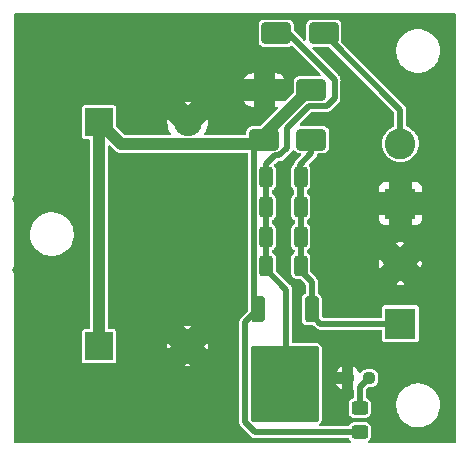
<source format=gbr>
%TF.GenerationSoftware,KiCad,Pcbnew,7.0.7*%
%TF.CreationDate,2023-09-12T13:53:03+02:00*%
%TF.ProjectId,CDU,4344552e-6b69-4636-9164-5f7063625858,rev?*%
%TF.SameCoordinates,Original*%
%TF.FileFunction,Copper,L1,Top*%
%TF.FilePolarity,Positive*%
%FSLAX46Y46*%
G04 Gerber Fmt 4.6, Leading zero omitted, Abs format (unit mm)*
G04 Created by KiCad (PCBNEW 7.0.7) date 2023-09-12 13:53:03*
%MOMM*%
%LPD*%
G01*
G04 APERTURE LIST*
G04 Aperture macros list*
%AMRoundRect*
0 Rectangle with rounded corners*
0 $1 Rounding radius*
0 $2 $3 $4 $5 $6 $7 $8 $9 X,Y pos of 4 corners*
0 Add a 4 corners polygon primitive as box body*
4,1,4,$2,$3,$4,$5,$6,$7,$8,$9,$2,$3,0*
0 Add four circle primitives for the rounded corners*
1,1,$1+$1,$2,$3*
1,1,$1+$1,$4,$5*
1,1,$1+$1,$6,$7*
1,1,$1+$1,$8,$9*
0 Add four rect primitives between the rounded corners*
20,1,$1+$1,$2,$3,$4,$5,0*
20,1,$1+$1,$4,$5,$6,$7,0*
20,1,$1+$1,$6,$7,$8,$9,0*
20,1,$1+$1,$8,$9,$2,$3,0*%
G04 Aperture macros list end*
%TA.AperFunction,ComponentPad*%
%ADD10R,2.400000X2.400000*%
%TD*%
%TA.AperFunction,ComponentPad*%
%ADD11C,2.400000*%
%TD*%
%TA.AperFunction,SMDPad,CuDef*%
%ADD12RoundRect,0.250000X-1.000000X-0.650000X1.000000X-0.650000X1.000000X0.650000X-1.000000X0.650000X0*%
%TD*%
%TA.AperFunction,SMDPad,CuDef*%
%ADD13RoundRect,0.250000X-0.450000X0.325000X-0.450000X-0.325000X0.450000X-0.325000X0.450000X0.325000X0*%
%TD*%
%TA.AperFunction,SMDPad,CuDef*%
%ADD14RoundRect,0.250000X1.000000X0.650000X-1.000000X0.650000X-1.000000X-0.650000X1.000000X-0.650000X0*%
%TD*%
%TA.AperFunction,SMDPad,CuDef*%
%ADD15RoundRect,0.250000X-0.312500X-0.625000X0.312500X-0.625000X0.312500X0.625000X-0.312500X0.625000X0*%
%TD*%
%TA.AperFunction,ComponentPad*%
%ADD16R,2.600000X2.600000*%
%TD*%
%TA.AperFunction,ComponentPad*%
%ADD17C,2.600000*%
%TD*%
%TA.AperFunction,SMDPad,CuDef*%
%ADD18RoundRect,0.250000X-0.350000X0.850000X-0.350000X-0.850000X0.350000X-0.850000X0.350000X0.850000X0*%
%TD*%
%TA.AperFunction,SMDPad,CuDef*%
%ADD19RoundRect,0.250000X-1.125000X1.275000X-1.125000X-1.275000X1.125000X-1.275000X1.125000X1.275000X0*%
%TD*%
%TA.AperFunction,SMDPad,CuDef*%
%ADD20RoundRect,0.249997X-2.650003X2.950003X-2.650003X-2.950003X2.650003X-2.950003X2.650003X2.950003X0*%
%TD*%
%TA.AperFunction,SMDPad,CuDef*%
%ADD21RoundRect,0.237500X0.250000X0.237500X-0.250000X0.237500X-0.250000X-0.237500X0.250000X-0.237500X0*%
%TD*%
%TA.AperFunction,ViaPad*%
%ADD22C,0.800000*%
%TD*%
%TA.AperFunction,Conductor*%
%ADD23C,1.000000*%
%TD*%
%TA.AperFunction,Conductor*%
%ADD24C,0.500000*%
%TD*%
G04 APERTURE END LIST*
D10*
%TO.P,C1002,1*%
%TO.N,Net-(D1002-A)*%
X85487246Y-80500000D03*
D11*
%TO.P,C1002,2*%
%TO.N,GND*%
X92987246Y-80500000D03*
%TD*%
D10*
%TO.P,C1001,1*%
%TO.N,Net-(D1002-A)*%
X85487246Y-61500000D03*
D11*
%TO.P,C1001,2*%
%TO.N,GND*%
X92987246Y-61500000D03*
%TD*%
D12*
%TO.P,D1001,1,K*%
%TO.N,Net-(D1001-K)*%
X100500000Y-54000000D03*
%TO.P,D1001,2,A*%
%TO.N,/AC1(+)*%
X104500000Y-54000000D03*
%TD*%
D13*
%TO.P,D1002,1,K*%
%TO.N,Net-(D1002-K)*%
X107569000Y-85716000D03*
%TO.P,D1002,2,A*%
%TO.N,Net-(D1002-A)*%
X107569000Y-87766000D03*
%TD*%
D14*
%TO.P,D1004,1,K*%
%TO.N,/OUT+*%
X103473000Y-62992000D03*
%TO.P,D1004,2,A*%
%TO.N,Net-(D1002-A)*%
X99473000Y-62992000D03*
%TD*%
D15*
%TO.P,R1001,1*%
%TO.N,Net-(D1001-K)*%
X99629500Y-66167000D03*
%TO.P,R1001,2*%
%TO.N,/OUT+*%
X102554500Y-66167000D03*
%TD*%
%TO.P,R1004,1*%
%TO.N,Net-(D1001-K)*%
X99629500Y-73660000D03*
%TO.P,R1004,2*%
%TO.N,/OUT+*%
X102554500Y-73660000D03*
%TD*%
D16*
%TO.P,J1002,1,Pin_1*%
%TO.N,/OUT+*%
X111000000Y-78580000D03*
D17*
%TO.P,J1002,2,Pin_2*%
%TO.N,GND*%
X111000000Y-73500000D03*
%TD*%
D15*
%TO.P,R1003,1*%
%TO.N,Net-(D1001-K)*%
X99629500Y-71247000D03*
%TO.P,R1003,2*%
%TO.N,/OUT+*%
X102554500Y-71247000D03*
%TD*%
%TO.P,R1002,1*%
%TO.N,Net-(D1001-K)*%
X99629500Y-68707000D03*
%TO.P,R1002,2*%
%TO.N,/OUT+*%
X102554500Y-68707000D03*
%TD*%
D16*
%TO.P,J1001,1,Pin_1*%
%TO.N,GND*%
X111000000Y-68420000D03*
D17*
%TO.P,J1001,2,Pin_2*%
%TO.N,/AC1(+)*%
X111000000Y-63340000D03*
%TD*%
D18*
%TO.P,Q1001,1,B*%
%TO.N,/OUT+*%
X103499000Y-77383000D03*
D19*
%TO.P,Q1001,2,C*%
%TO.N,Net-(D1001-K)*%
X102744000Y-82008000D03*
X99694000Y-82008000D03*
D20*
X101219000Y-83683000D03*
D19*
X102744000Y-85358000D03*
X99694000Y-85358000D03*
D18*
%TO.P,Q1001,3,E*%
%TO.N,Net-(D1002-A)*%
X98939000Y-77383000D03*
%TD*%
D21*
%TO.P,R1005,1*%
%TO.N,Net-(D1002-K)*%
X108354500Y-83185000D03*
%TO.P,R1005,2*%
%TO.N,GND*%
X106529500Y-83185000D03*
%TD*%
D14*
%TO.P,D1003,1,K*%
%TO.N,Net-(D1002-A)*%
X103473000Y-58801000D03*
%TO.P,D1003,2,A*%
%TO.N,GND*%
X99473000Y-58801000D03*
%TD*%
D22*
%TO.N,GND*%
X80500000Y-55500000D03*
X106000000Y-69000000D03*
X110000000Y-86500000D03*
X95500000Y-69000000D03*
X90000000Y-69000000D03*
X87000000Y-83500000D03*
X96000000Y-54000000D03*
X88500000Y-87000000D03*
X95500000Y-87500000D03*
X106000000Y-80000000D03*
X80500000Y-87000000D03*
X78500000Y-68000000D03*
X87500000Y-67000000D03*
X87500000Y-61500000D03*
X87500000Y-76500000D03*
X95500000Y-73500000D03*
X106500000Y-59500000D03*
X78500000Y-74000000D03*
X109500000Y-55500000D03*
X87000000Y-58500000D03*
X107000000Y-64000000D03*
X106000000Y-75000000D03*
%TD*%
D23*
%TO.N,Net-(D1002-A)*%
X99065000Y-63400000D02*
X99473000Y-62992000D01*
X87387246Y-63400000D02*
X99065000Y-63400000D01*
X85487246Y-61500000D02*
X87387246Y-63400000D01*
X85487246Y-80500000D02*
X85487246Y-61500000D01*
D24*
X98939000Y-77383000D02*
X98617000Y-77061000D01*
X97869000Y-78453000D02*
X97869000Y-86922951D01*
X98617000Y-63848000D02*
X99473000Y-62992000D01*
X97869000Y-86922951D02*
X98712049Y-87766000D01*
D23*
X103251000Y-58801000D02*
X99473000Y-62579000D01*
X103473000Y-58801000D02*
X103251000Y-58801000D01*
D24*
X98939000Y-77383000D02*
X97869000Y-78453000D01*
X98712049Y-87766000D02*
X107569000Y-87766000D01*
X98617000Y-77061000D02*
X98617000Y-63848000D01*
D23*
X99473000Y-62579000D02*
X99473000Y-62992000D01*
D24*
%TO.N,Net-(D1001-K)*%
X101429500Y-62019500D02*
X103298000Y-60151000D01*
X101346000Y-83556000D02*
X101346000Y-75692000D01*
X101500000Y-54000000D02*
X100500000Y-54000000D01*
X99629500Y-65089500D02*
X100377000Y-64342000D01*
X100377000Y-64342000D02*
X100762949Y-64342000D01*
X101219000Y-83683000D02*
X101346000Y-83556000D01*
X105429500Y-57929500D02*
X101500000Y-54000000D01*
X101346000Y-75692000D02*
X99629500Y-73975500D01*
X100762949Y-64342000D02*
X101429500Y-63675449D01*
X101429500Y-63675449D02*
X101429500Y-62019500D01*
X105429500Y-59484449D02*
X105429500Y-57929500D01*
X103298000Y-60151000D02*
X104762949Y-60151000D01*
X104762949Y-60151000D02*
X105429500Y-59484449D01*
X99629500Y-73975500D02*
X99629500Y-65089500D01*
%TO.N,Net-(D1002-K)*%
X107569000Y-83970500D02*
X108354500Y-83185000D01*
X107569000Y-85716000D02*
X107569000Y-83970500D01*
D23*
%TO.N,GND*%
X96175500Y-58801000D02*
X92989500Y-61987000D01*
D24*
X89963000Y-83163500D02*
X92989500Y-80137000D01*
D23*
X99473000Y-58801000D02*
X96175500Y-58801000D01*
D24*
%TO.N,/AC1(+)*%
X104500000Y-54000000D02*
X111000000Y-60500000D01*
X111000000Y-60500000D02*
X111000000Y-63340000D01*
%TO.N,/OUT+*%
X102554500Y-69158000D02*
X102489000Y-69092500D01*
X102489000Y-65151000D02*
X103473000Y-64167000D01*
X103499000Y-77383000D02*
X103499000Y-75051000D01*
X103473000Y-64167000D02*
X103473000Y-62992000D01*
X104234000Y-78580000D02*
X103499000Y-77845000D01*
X102554500Y-74106500D02*
X102554500Y-73660000D01*
X102554500Y-73660000D02*
X102554500Y-66167000D01*
X103499000Y-77845000D02*
X103499000Y-77383000D01*
X102489000Y-69092500D02*
X102489000Y-65151000D01*
X111000000Y-78580000D02*
X104234000Y-78580000D01*
X103499000Y-75051000D02*
X102554500Y-74106500D01*
%TD*%
%TA.AperFunction,Conductor*%
%TO.N,GND*%
G36*
X115642539Y-52320185D02*
G01*
X115688294Y-52372989D01*
X115699500Y-52424500D01*
X115699500Y-88575500D01*
X115679815Y-88642539D01*
X115627011Y-88688294D01*
X115575500Y-88699500D01*
X108413871Y-88699500D01*
X108346832Y-88679815D01*
X108301077Y-88627011D01*
X108291133Y-88557853D01*
X108320158Y-88494297D01*
X108339555Y-88476236D01*
X108376546Y-88448546D01*
X108462796Y-88333331D01*
X108513091Y-88198483D01*
X108519500Y-88138873D01*
X108519499Y-87393128D01*
X108513091Y-87333517D01*
X108506150Y-87314908D01*
X108462797Y-87198671D01*
X108462793Y-87198664D01*
X108376547Y-87083455D01*
X108376544Y-87083452D01*
X108261335Y-86997206D01*
X108261328Y-86997202D01*
X108126482Y-86946908D01*
X108126483Y-86946908D01*
X108066883Y-86940501D01*
X108066881Y-86940500D01*
X108066873Y-86940500D01*
X108066864Y-86940500D01*
X107071129Y-86940500D01*
X107071123Y-86940501D01*
X107011516Y-86946908D01*
X106876671Y-86997202D01*
X106876664Y-86997206D01*
X106761455Y-87083452D01*
X106761452Y-87083455D01*
X106675207Y-87198663D01*
X106673973Y-87200924D01*
X106672150Y-87202746D01*
X106669888Y-87205769D01*
X106669453Y-87205443D01*
X106624569Y-87250331D01*
X106565139Y-87265500D01*
X104231813Y-87265500D01*
X104164774Y-87245815D01*
X104119019Y-87193011D01*
X104109075Y-87123853D01*
X104138100Y-87060297D01*
X104157499Y-87042235D01*
X104226547Y-86990547D01*
X104312796Y-86875332D01*
X104363091Y-86740485D01*
X104369500Y-86680875D01*
X104369500Y-86088870D01*
X106618500Y-86088870D01*
X106618501Y-86088876D01*
X106624908Y-86148483D01*
X106675202Y-86283328D01*
X106675206Y-86283335D01*
X106761452Y-86398544D01*
X106761455Y-86398547D01*
X106876664Y-86484793D01*
X106876671Y-86484797D01*
X107011517Y-86535091D01*
X107011516Y-86535091D01*
X107018444Y-86535835D01*
X107071127Y-86541500D01*
X108066872Y-86541499D01*
X108126483Y-86535091D01*
X108261331Y-86484796D01*
X108376546Y-86398546D01*
X108462796Y-86283331D01*
X108513091Y-86148483D01*
X108519500Y-86088873D01*
X108519499Y-85567763D01*
X110645787Y-85567763D01*
X110675413Y-85837013D01*
X110675415Y-85837024D01*
X110741257Y-86088872D01*
X110743928Y-86099088D01*
X110849870Y-86348390D01*
X110967723Y-86541498D01*
X110990979Y-86579605D01*
X110990986Y-86579615D01*
X111164253Y-86787819D01*
X111164259Y-86787824D01*
X111274814Y-86886881D01*
X111365998Y-86968582D01*
X111591910Y-87118044D01*
X111837176Y-87233020D01*
X111837183Y-87233022D01*
X111837185Y-87233023D01*
X112096557Y-87311057D01*
X112096564Y-87311058D01*
X112096569Y-87311060D01*
X112364561Y-87350500D01*
X112364566Y-87350500D01*
X112567636Y-87350500D01*
X112619133Y-87346730D01*
X112770156Y-87335677D01*
X112895744Y-87307701D01*
X113034546Y-87276782D01*
X113034548Y-87276781D01*
X113034553Y-87276780D01*
X113287558Y-87180014D01*
X113523777Y-87047441D01*
X113738177Y-86881888D01*
X113926186Y-86686881D01*
X114083799Y-86466579D01*
X114178015Y-86283328D01*
X114207649Y-86225690D01*
X114207651Y-86225684D01*
X114207656Y-86225675D01*
X114295118Y-85969305D01*
X114344319Y-85702933D01*
X114354212Y-85432235D01*
X114324586Y-85162982D01*
X114256072Y-84900912D01*
X114150130Y-84651610D01*
X114009018Y-84420390D01*
X113919747Y-84313119D01*
X113835746Y-84212180D01*
X113835740Y-84212175D01*
X113634002Y-84031418D01*
X113408092Y-83881957D01*
X113367689Y-83863017D01*
X113162824Y-83766980D01*
X113162819Y-83766978D01*
X113162814Y-83766976D01*
X112903442Y-83688942D01*
X112903428Y-83688939D01*
X112787791Y-83671921D01*
X112635439Y-83649500D01*
X112432369Y-83649500D01*
X112432364Y-83649500D01*
X112229844Y-83664323D01*
X112229831Y-83664325D01*
X111965453Y-83723217D01*
X111965446Y-83723220D01*
X111712439Y-83819987D01*
X111476226Y-83952557D01*
X111261822Y-84118112D01*
X111073822Y-84313109D01*
X111073816Y-84313116D01*
X110916202Y-84533419D01*
X110916199Y-84533424D01*
X110792350Y-84774309D01*
X110792343Y-84774327D01*
X110704884Y-85030685D01*
X110704881Y-85030699D01*
X110655681Y-85297068D01*
X110655680Y-85297075D01*
X110645787Y-85567763D01*
X108519499Y-85567763D01*
X108519499Y-85343128D01*
X108513091Y-85283517D01*
X108468134Y-85162982D01*
X108462797Y-85148671D01*
X108462793Y-85148664D01*
X108376547Y-85033455D01*
X108376544Y-85033452D01*
X108261335Y-84947206D01*
X108261329Y-84947203D01*
X108150166Y-84905741D01*
X108094233Y-84863869D01*
X108069816Y-84798405D01*
X108069500Y-84789559D01*
X108069500Y-84533419D01*
X108069500Y-84229171D01*
X108089183Y-84162136D01*
X108105809Y-84141504D01*
X108300496Y-83946816D01*
X108361819Y-83913334D01*
X108388176Y-83910500D01*
X108651174Y-83910500D01*
X108651190Y-83910499D01*
X108709299Y-83904251D01*
X108709298Y-83904250D01*
X108840778Y-83855212D01*
X108953116Y-83771116D01*
X109037212Y-83658778D01*
X109086251Y-83527299D01*
X109086250Y-83527298D01*
X109092499Y-83469190D01*
X109092500Y-83469173D01*
X109092500Y-82900826D01*
X109092499Y-82900809D01*
X109086251Y-82842700D01*
X109038182Y-82713824D01*
X109037212Y-82711222D01*
X108953116Y-82598884D01*
X108885612Y-82548351D01*
X108840780Y-82514789D01*
X108840778Y-82514788D01*
X108814144Y-82504854D01*
X108709299Y-82465748D01*
X108651190Y-82459500D01*
X108651174Y-82459500D01*
X108057826Y-82459500D01*
X108057809Y-82459500D01*
X107999700Y-82465748D01*
X107868219Y-82514789D01*
X107755883Y-82598884D01*
X107679846Y-82700456D01*
X107623912Y-82742326D01*
X107554220Y-82747310D01*
X107492897Y-82713824D01*
X107462874Y-82665147D01*
X107452454Y-82633701D01*
X107452448Y-82633688D01*
X107361947Y-82486965D01*
X107361944Y-82486961D01*
X107240038Y-82365055D01*
X107240034Y-82365052D01*
X107093311Y-82274551D01*
X107093300Y-82274546D01*
X107004500Y-82245121D01*
X107004500Y-84124877D01*
X107017093Y-84133971D01*
X107059920Y-84189177D01*
X107068500Y-84234501D01*
X107068500Y-84789560D01*
X107048815Y-84856599D01*
X106996011Y-84902354D01*
X106987833Y-84905742D01*
X106876671Y-84947202D01*
X106876664Y-84947206D01*
X106761455Y-85033452D01*
X106761452Y-85033455D01*
X106675206Y-85148664D01*
X106675202Y-85148671D01*
X106624910Y-85283513D01*
X106624909Y-85283517D01*
X106618500Y-85343127D01*
X106618500Y-85343134D01*
X106618500Y-85343135D01*
X106618500Y-86088870D01*
X104369500Y-86088870D01*
X104369499Y-83660000D01*
X105581263Y-83660000D01*
X105606546Y-83736300D01*
X105606551Y-83736311D01*
X105697052Y-83883034D01*
X105697055Y-83883038D01*
X105818961Y-84004944D01*
X105818965Y-84004947D01*
X105965694Y-84095451D01*
X105965702Y-84095455D01*
X106054499Y-84124878D01*
X106054500Y-84124878D01*
X106054500Y-83660000D01*
X105581263Y-83660000D01*
X104369499Y-83660000D01*
X104369499Y-83330878D01*
X104369500Y-83330873D01*
X104369500Y-82710000D01*
X105581263Y-82710000D01*
X106054500Y-82710000D01*
X106054500Y-82245121D01*
X105965699Y-82274546D01*
X105965688Y-82274551D01*
X105818965Y-82365052D01*
X105818961Y-82365055D01*
X105697055Y-82486961D01*
X105697052Y-82486965D01*
X105606551Y-82633688D01*
X105606546Y-82633699D01*
X105581263Y-82710000D01*
X104369500Y-82710000D01*
X104369499Y-80685128D01*
X104363445Y-80628818D01*
X104363344Y-80626915D01*
X104363091Y-80625514D01*
X104312797Y-80490670D01*
X104312795Y-80490667D01*
X104226547Y-80375453D01*
X104111332Y-80289204D01*
X104111329Y-80289202D01*
X103976489Y-80238910D01*
X103976482Y-80238908D01*
X103916885Y-80232501D01*
X103916883Y-80232500D01*
X103916875Y-80232500D01*
X103916873Y-80232500D01*
X103916871Y-80232500D01*
X103916867Y-80232500D01*
X101970500Y-80232500D01*
X101903461Y-80212815D01*
X101857706Y-80160011D01*
X101846500Y-80108500D01*
X101846500Y-75759143D01*
X101849334Y-75732785D01*
X101850359Y-75728073D01*
X101846658Y-75676329D01*
X101846500Y-75671904D01*
X101846500Y-75656201D01*
X101844264Y-75640657D01*
X101843791Y-75636254D01*
X101840091Y-75584517D01*
X101838407Y-75580002D01*
X101831850Y-75554312D01*
X101831165Y-75549543D01*
X101809612Y-75502351D01*
X101807932Y-75498295D01*
X101789796Y-75449669D01*
X101786905Y-75445807D01*
X101773379Y-75423010D01*
X101771377Y-75418627D01*
X101763856Y-75409947D01*
X101737411Y-75379427D01*
X101734633Y-75375979D01*
X101725229Y-75363417D01*
X101725224Y-75363412D01*
X101725221Y-75363407D01*
X101714097Y-75352283D01*
X101711103Y-75349067D01*
X101677128Y-75309857D01*
X101677125Y-75309854D01*
X101673066Y-75307246D01*
X101652428Y-75290614D01*
X100478818Y-74117003D01*
X100445333Y-74055680D01*
X100442499Y-74029322D01*
X100442499Y-72987129D01*
X100442498Y-72987123D01*
X100442497Y-72987116D01*
X100436091Y-72927517D01*
X100435478Y-72925874D01*
X100385797Y-72792671D01*
X100385793Y-72792664D01*
X100301462Y-72680014D01*
X100299546Y-72677454D01*
X100184331Y-72591204D01*
X100184328Y-72591202D01*
X100179689Y-72587730D01*
X100137818Y-72531796D01*
X100130000Y-72488463D01*
X100130000Y-72418537D01*
X100149685Y-72351498D01*
X100179689Y-72319270D01*
X100184328Y-72315797D01*
X100184331Y-72315796D01*
X100299546Y-72229546D01*
X100385796Y-72114331D01*
X100436091Y-71979483D01*
X100442500Y-71919873D01*
X100442499Y-70574128D01*
X100436091Y-70514517D01*
X100385796Y-70379669D01*
X100385795Y-70379668D01*
X100385793Y-70379664D01*
X100299547Y-70264456D01*
X100299548Y-70264456D01*
X100299546Y-70264454D01*
X100184331Y-70178204D01*
X100184328Y-70178202D01*
X100179689Y-70174730D01*
X100137818Y-70118796D01*
X100130000Y-70075463D01*
X100130000Y-69878537D01*
X100149685Y-69811498D01*
X100179689Y-69779270D01*
X100184328Y-69775797D01*
X100184331Y-69775796D01*
X100299546Y-69689546D01*
X100385796Y-69574331D01*
X100436091Y-69439483D01*
X100442500Y-69379873D01*
X100442499Y-68034128D01*
X100436091Y-67974517D01*
X100404553Y-67889960D01*
X100385797Y-67839671D01*
X100385793Y-67839664D01*
X100299547Y-67724456D01*
X100299548Y-67724456D01*
X100299546Y-67724454D01*
X100184331Y-67638204D01*
X100184328Y-67638202D01*
X100179689Y-67634730D01*
X100137818Y-67578796D01*
X100130000Y-67535463D01*
X100130000Y-67338537D01*
X100149685Y-67271498D01*
X100179689Y-67239270D01*
X100184328Y-67235797D01*
X100184331Y-67235796D01*
X100299546Y-67149546D01*
X100385796Y-67034331D01*
X100436091Y-66899483D01*
X100442500Y-66839873D01*
X100442499Y-65494128D01*
X100436091Y-65434517D01*
X100385796Y-65299669D01*
X100339454Y-65237764D01*
X100315037Y-65172301D01*
X100329888Y-65104028D01*
X100351040Y-65075773D01*
X100444797Y-64982017D01*
X100547994Y-64878819D01*
X100609318Y-64845334D01*
X100635676Y-64842500D01*
X100695806Y-64842500D01*
X100722164Y-64845334D01*
X100726876Y-64846359D01*
X100778620Y-64842657D01*
X100783043Y-64842500D01*
X100798748Y-64842500D01*
X100814291Y-64840264D01*
X100818689Y-64839791D01*
X100870432Y-64836091D01*
X100874941Y-64834408D01*
X100900634Y-64827850D01*
X100905406Y-64827165D01*
X100952595Y-64805613D01*
X100956677Y-64803922D01*
X100985587Y-64793140D01*
X101005278Y-64785797D01*
X101005278Y-64785796D01*
X101005280Y-64785796D01*
X101009138Y-64782907D01*
X101031944Y-64769375D01*
X101036322Y-64767377D01*
X101075513Y-64733416D01*
X101078963Y-64730637D01*
X101085455Y-64725777D01*
X101091542Y-64721221D01*
X101102669Y-64710092D01*
X101105874Y-64707109D01*
X101145092Y-64673128D01*
X101147700Y-64669068D01*
X101164330Y-64648431D01*
X101735931Y-64076830D01*
X101756568Y-64060200D01*
X101760628Y-64057592D01*
X101794596Y-64018388D01*
X101797607Y-64015155D01*
X101808720Y-64004043D01*
X101818147Y-63991447D01*
X101820911Y-63988019D01*
X101848860Y-63955766D01*
X101854877Y-63948822D01*
X101854878Y-63948818D01*
X101859671Y-63941362D01*
X101862174Y-63942970D01*
X101898123Y-63901454D01*
X101965155Y-63881746D01*
X102032202Y-63901407D01*
X102064465Y-63931434D01*
X102115455Y-63999547D01*
X102230664Y-64085793D01*
X102230671Y-64085797D01*
X102275618Y-64102561D01*
X102365517Y-64136091D01*
X102425127Y-64142500D01*
X102490323Y-64142499D01*
X102557361Y-64162183D01*
X102603117Y-64214986D01*
X102613061Y-64284144D01*
X102584037Y-64347700D01*
X102578004Y-64354180D01*
X102182568Y-64749616D01*
X102161938Y-64766243D01*
X102157876Y-64768854D01*
X102157867Y-64768861D01*
X102123905Y-64808055D01*
X102120892Y-64811291D01*
X102109781Y-64822402D01*
X102100354Y-64834996D01*
X102097587Y-64838428D01*
X102090717Y-64846358D01*
X102063623Y-64877626D01*
X102063617Y-64877636D01*
X102061615Y-64882020D01*
X102048100Y-64904799D01*
X102045206Y-64908664D01*
X102045200Y-64908675D01*
X102027078Y-64957264D01*
X102025385Y-64961353D01*
X102003835Y-65008543D01*
X102003833Y-65008550D01*
X102003146Y-65013327D01*
X101996598Y-65038986D01*
X101994910Y-65043513D01*
X101994909Y-65043516D01*
X101994547Y-65048581D01*
X101970128Y-65114044D01*
X101945175Y-65138997D01*
X101884457Y-65184450D01*
X101884451Y-65184457D01*
X101798206Y-65299664D01*
X101798202Y-65299671D01*
X101747908Y-65434517D01*
X101741501Y-65494116D01*
X101741501Y-65494123D01*
X101741500Y-65494135D01*
X101741500Y-66839870D01*
X101741501Y-66839876D01*
X101747908Y-66899483D01*
X101798202Y-67034328D01*
X101798203Y-67034329D01*
X101798204Y-67034331D01*
X101884454Y-67149546D01*
X101938810Y-67190237D01*
X101980682Y-67246169D01*
X101988500Y-67289503D01*
X101988500Y-67584495D01*
X101968815Y-67651534D01*
X101938812Y-67683761D01*
X101884452Y-67724455D01*
X101798206Y-67839664D01*
X101798202Y-67839671D01*
X101747908Y-67974517D01*
X101744913Y-68002381D01*
X101741501Y-68034123D01*
X101741500Y-68034135D01*
X101741500Y-69379870D01*
X101741501Y-69379876D01*
X101747908Y-69439483D01*
X101798202Y-69574328D01*
X101798206Y-69574335D01*
X101830978Y-69618112D01*
X101884454Y-69689546D01*
X101999669Y-69775796D01*
X101999671Y-69775797D01*
X102004311Y-69779270D01*
X102046182Y-69835204D01*
X102054000Y-69878537D01*
X102054000Y-70075463D01*
X102034315Y-70142502D01*
X102004311Y-70174730D01*
X101999671Y-70178203D01*
X101999669Y-70178204D01*
X101884454Y-70264454D01*
X101884453Y-70264455D01*
X101884452Y-70264456D01*
X101798206Y-70379664D01*
X101798202Y-70379671D01*
X101747908Y-70514517D01*
X101741501Y-70574116D01*
X101741501Y-70574123D01*
X101741500Y-70574135D01*
X101741500Y-71919870D01*
X101741501Y-71919876D01*
X101747908Y-71979483D01*
X101798202Y-72114328D01*
X101798206Y-72114335D01*
X101867358Y-72206709D01*
X101884454Y-72229546D01*
X101999669Y-72315796D01*
X101999671Y-72315797D01*
X102004311Y-72319270D01*
X102046182Y-72375204D01*
X102054000Y-72418537D01*
X102054000Y-72488463D01*
X102034315Y-72555502D01*
X102004311Y-72587730D01*
X101999671Y-72591203D01*
X101999669Y-72591204D01*
X101884454Y-72677454D01*
X101884453Y-72677455D01*
X101884452Y-72677456D01*
X101798206Y-72792664D01*
X101798202Y-72792671D01*
X101747908Y-72927517D01*
X101741501Y-72987116D01*
X101741501Y-72987123D01*
X101741500Y-72987135D01*
X101741500Y-74332870D01*
X101741501Y-74332876D01*
X101747908Y-74392483D01*
X101798202Y-74527328D01*
X101798206Y-74527335D01*
X101884452Y-74642544D01*
X101884455Y-74642547D01*
X101999664Y-74728793D01*
X101999671Y-74728797D01*
X102025491Y-74738427D01*
X102134517Y-74779091D01*
X102194127Y-74785500D01*
X102474323Y-74785499D01*
X102541362Y-74805183D01*
X102562004Y-74821818D01*
X102962181Y-75221995D01*
X102995666Y-75283318D01*
X102998500Y-75309676D01*
X102998500Y-75968858D01*
X102978815Y-76035897D01*
X102926011Y-76081652D01*
X102917847Y-76085034D01*
X102906669Y-76089204D01*
X102906664Y-76089206D01*
X102791455Y-76175452D01*
X102791452Y-76175455D01*
X102705206Y-76290664D01*
X102705202Y-76290671D01*
X102654908Y-76425517D01*
X102648501Y-76485116D01*
X102648501Y-76485123D01*
X102648500Y-76485135D01*
X102648500Y-78280870D01*
X102648501Y-78280876D01*
X102654908Y-78340483D01*
X102705202Y-78475328D01*
X102705206Y-78475335D01*
X102791452Y-78590544D01*
X102791455Y-78590547D01*
X102906664Y-78676793D01*
X102906671Y-78676797D01*
X102929499Y-78685311D01*
X103041517Y-78727091D01*
X103101127Y-78733500D01*
X103628323Y-78733499D01*
X103695362Y-78753183D01*
X103716004Y-78769818D01*
X103832614Y-78886428D01*
X103849246Y-78907066D01*
X103851854Y-78911125D01*
X103851857Y-78911128D01*
X103891067Y-78945103D01*
X103894283Y-78948097D01*
X103905407Y-78959221D01*
X103905412Y-78959224D01*
X103905417Y-78959229D01*
X103917979Y-78968633D01*
X103921427Y-78971411D01*
X103945811Y-78992539D01*
X103960627Y-79005377D01*
X103965010Y-79007379D01*
X103987807Y-79020905D01*
X103991669Y-79023796D01*
X104040295Y-79041932D01*
X104044351Y-79043612D01*
X104057242Y-79049500D01*
X104091540Y-79065164D01*
X104091541Y-79065164D01*
X104091543Y-79065165D01*
X104096312Y-79065850D01*
X104122002Y-79072407D01*
X104126517Y-79074091D01*
X104178258Y-79077791D01*
X104182657Y-79078264D01*
X104198201Y-79080500D01*
X104213906Y-79080500D01*
X104218328Y-79080657D01*
X104270073Y-79084359D01*
X104274784Y-79083334D01*
X104301143Y-79080500D01*
X109325500Y-79080500D01*
X109392539Y-79100185D01*
X109438294Y-79152989D01*
X109449500Y-79204500D01*
X109449500Y-79904678D01*
X109464032Y-79977735D01*
X109464033Y-79977739D01*
X109464034Y-79977740D01*
X109519399Y-80060601D01*
X109591086Y-80108500D01*
X109602260Y-80115966D01*
X109602264Y-80115967D01*
X109675321Y-80130499D01*
X109675324Y-80130500D01*
X109675326Y-80130500D01*
X112324676Y-80130500D01*
X112324677Y-80130499D01*
X112397740Y-80115966D01*
X112480601Y-80060601D01*
X112535966Y-79977740D01*
X112550500Y-79904674D01*
X112550500Y-77255326D01*
X112550500Y-77255325D01*
X112550500Y-77255323D01*
X112550499Y-77255321D01*
X112535967Y-77182264D01*
X112535966Y-77182260D01*
X112535965Y-77182259D01*
X112480601Y-77099399D01*
X112397740Y-77044034D01*
X112397739Y-77044033D01*
X112397735Y-77044032D01*
X112324677Y-77029500D01*
X112324674Y-77029500D01*
X109675326Y-77029500D01*
X109675323Y-77029500D01*
X109602264Y-77044032D01*
X109602260Y-77044033D01*
X109519399Y-77099399D01*
X109464033Y-77182260D01*
X109464032Y-77182264D01*
X109449500Y-77255321D01*
X109449500Y-77955500D01*
X109429815Y-78022539D01*
X109377011Y-78068294D01*
X109325500Y-78079500D01*
X104492676Y-78079500D01*
X104425637Y-78059815D01*
X104404995Y-78043181D01*
X104385818Y-78024004D01*
X104352333Y-77962681D01*
X104349499Y-77936323D01*
X104349499Y-76485129D01*
X104349498Y-76485123D01*
X104349497Y-76485116D01*
X104343091Y-76425517D01*
X104292796Y-76290669D01*
X104292795Y-76290668D01*
X104292793Y-76290664D01*
X104206547Y-76175455D01*
X104206544Y-76175452D01*
X104091335Y-76089206D01*
X104091332Y-76089205D01*
X104091331Y-76089204D01*
X104080161Y-76085038D01*
X104024231Y-76043166D01*
X103999816Y-75977701D01*
X103999500Y-75968858D01*
X103999500Y-75267135D01*
X110647075Y-75267135D01*
X110647076Y-75267136D01*
X110865103Y-75299999D01*
X110865109Y-75300000D01*
X111134891Y-75300000D01*
X111134896Y-75299999D01*
X111352922Y-75267136D01*
X111352923Y-75267135D01*
X110996531Y-74910743D01*
X110983350Y-74919550D01*
X110980315Y-74929888D01*
X110963681Y-74950530D01*
X110647075Y-75267135D01*
X103999500Y-75267135D01*
X103999500Y-75118143D01*
X104002334Y-75091785D01*
X104003359Y-75087073D01*
X103999658Y-75035329D01*
X103999500Y-75030904D01*
X103999500Y-75015201D01*
X103997264Y-74999657D01*
X103996791Y-74995254D01*
X103993091Y-74943517D01*
X103991407Y-74939002D01*
X103984850Y-74913312D01*
X103984165Y-74908543D01*
X103983571Y-74907243D01*
X103962616Y-74861359D01*
X103960932Y-74857295D01*
X103942796Y-74808669D01*
X103939905Y-74804807D01*
X103926379Y-74782010D01*
X103924377Y-74777627D01*
X103916856Y-74768947D01*
X103890411Y-74738427D01*
X103887633Y-74734979D01*
X103878229Y-74722417D01*
X103878224Y-74722412D01*
X103878221Y-74722407D01*
X103867097Y-74711283D01*
X103864103Y-74708067D01*
X103830128Y-74668857D01*
X103830125Y-74668854D01*
X103826066Y-74666246D01*
X103805428Y-74649614D01*
X103403818Y-74248004D01*
X103370333Y-74186681D01*
X103367499Y-74160323D01*
X103367499Y-73500000D01*
X109194953Y-73500000D01*
X109215113Y-73769026D01*
X109215113Y-73769028D01*
X109234001Y-73851783D01*
X109234002Y-73851783D01*
X109585786Y-73499999D01*
X109544649Y-73458862D01*
X110346127Y-73458862D01*
X110356439Y-73622766D01*
X110407188Y-73778956D01*
X110495186Y-73917619D01*
X110495189Y-73917622D01*
X110495190Y-73917623D01*
X110614899Y-74030037D01*
X110614907Y-74030043D01*
X110758813Y-74109156D01*
X110758817Y-74109158D01*
X110917886Y-74150000D01*
X110917890Y-74150000D01*
X111040892Y-74150000D01*
X111040894Y-74150000D01*
X111040899Y-74149999D01*
X111040903Y-74149999D01*
X111054132Y-74148327D01*
X111162933Y-74134583D01*
X111315629Y-74074126D01*
X111448492Y-73977595D01*
X111553175Y-73851055D01*
X111623100Y-73702457D01*
X111653873Y-73541138D01*
X111651067Y-73496531D01*
X112410743Y-73496531D01*
X112765996Y-73851784D01*
X112784887Y-73769020D01*
X112784887Y-73769019D01*
X112805047Y-73500000D01*
X112805047Y-73499995D01*
X112784887Y-73230981D01*
X112784887Y-73230979D01*
X112765996Y-73148215D01*
X112450531Y-73463681D01*
X112422446Y-73479016D01*
X112410743Y-73496531D01*
X111651067Y-73496531D01*
X111643561Y-73377234D01*
X111592812Y-73221044D01*
X111504814Y-73082381D01*
X111403387Y-72987135D01*
X111385100Y-72969962D01*
X111385092Y-72969956D01*
X111241186Y-72890843D01*
X111241176Y-72890840D01*
X111082117Y-72850000D01*
X111082114Y-72850000D01*
X110959106Y-72850000D01*
X110959096Y-72850000D01*
X110837067Y-72865417D01*
X110837065Y-72865417D01*
X110684372Y-72925873D01*
X110684367Y-72925876D01*
X110551505Y-73022407D01*
X110551504Y-73022408D01*
X110446823Y-73148947D01*
X110376900Y-73297542D01*
X110376900Y-73297543D01*
X110346127Y-73458862D01*
X109544649Y-73458862D01*
X109234002Y-73148215D01*
X109234001Y-73148215D01*
X109215114Y-73230969D01*
X109215112Y-73230978D01*
X109194953Y-73499995D01*
X109194953Y-73500000D01*
X103367499Y-73500000D01*
X103367499Y-72987129D01*
X103367498Y-72987123D01*
X103367497Y-72987116D01*
X103361091Y-72927517D01*
X103360478Y-72925874D01*
X103310797Y-72792671D01*
X103310793Y-72792664D01*
X103226462Y-72680014D01*
X103224546Y-72677454D01*
X103109331Y-72591204D01*
X103109328Y-72591202D01*
X103104689Y-72587730D01*
X103062818Y-72531796D01*
X103055000Y-72488463D01*
X103055000Y-72418537D01*
X103074685Y-72351498D01*
X103104689Y-72319270D01*
X103109328Y-72315797D01*
X103109331Y-72315796D01*
X103224546Y-72229546D01*
X103310796Y-72114331D01*
X103361091Y-71979483D01*
X103367500Y-71919873D01*
X103367500Y-71732863D01*
X110647076Y-71732863D01*
X110999999Y-72085786D01*
X111000000Y-72085786D01*
X111000000Y-72085785D01*
X111352923Y-71732863D01*
X111352922Y-71732862D01*
X111134898Y-71700000D01*
X110865101Y-71700000D01*
X110647076Y-71732862D01*
X110647076Y-71732863D01*
X103367500Y-71732863D01*
X103367499Y-70574128D01*
X103361091Y-70514517D01*
X103310796Y-70379669D01*
X103310795Y-70379668D01*
X103310793Y-70379664D01*
X103224548Y-70264456D01*
X103224546Y-70264455D01*
X103224546Y-70264454D01*
X103109331Y-70178204D01*
X103109326Y-70178202D01*
X103104688Y-70174730D01*
X103062817Y-70118796D01*
X103055000Y-70075468D01*
X103055000Y-69878533D01*
X103074684Y-69811498D01*
X103104688Y-69779270D01*
X103109326Y-69775797D01*
X103109331Y-69775796D01*
X103224546Y-69689546D01*
X103310796Y-69574331D01*
X103361091Y-69439483D01*
X103363186Y-69420000D01*
X109200000Y-69420000D01*
X109200000Y-69767844D01*
X109206401Y-69827372D01*
X109206403Y-69827379D01*
X109256645Y-69962086D01*
X109256649Y-69962093D01*
X109342809Y-70077187D01*
X109342812Y-70077190D01*
X109457906Y-70163350D01*
X109457913Y-70163354D01*
X109592620Y-70213596D01*
X109592627Y-70213598D01*
X109652155Y-70219999D01*
X109652172Y-70220000D01*
X110000000Y-70220000D01*
X110000000Y-69420000D01*
X112000000Y-69420000D01*
X112000000Y-70220000D01*
X112347828Y-70220000D01*
X112347844Y-70219999D01*
X112407372Y-70213598D01*
X112407379Y-70213596D01*
X112542086Y-70163354D01*
X112542093Y-70163350D01*
X112657187Y-70077190D01*
X112657190Y-70077187D01*
X112743350Y-69962093D01*
X112743354Y-69962086D01*
X112793596Y-69827379D01*
X112793598Y-69827372D01*
X112799999Y-69767844D01*
X112800000Y-69767827D01*
X112800000Y-69420000D01*
X112000000Y-69420000D01*
X110000000Y-69420000D01*
X109200000Y-69420000D01*
X103363186Y-69420000D01*
X103367500Y-69379873D01*
X103367499Y-68378862D01*
X110346127Y-68378862D01*
X110356439Y-68542766D01*
X110407188Y-68698956D01*
X110495186Y-68837619D01*
X110495189Y-68837622D01*
X110495190Y-68837623D01*
X110614899Y-68950037D01*
X110614907Y-68950043D01*
X110758813Y-69029156D01*
X110758817Y-69029158D01*
X110917886Y-69070000D01*
X110917890Y-69070000D01*
X111040892Y-69070000D01*
X111040894Y-69070000D01*
X111040899Y-69069999D01*
X111040903Y-69069999D01*
X111054132Y-69068327D01*
X111162933Y-69054583D01*
X111315629Y-68994126D01*
X111448492Y-68897595D01*
X111553175Y-68771055D01*
X111623100Y-68622457D01*
X111653873Y-68461138D01*
X111643561Y-68297234D01*
X111592812Y-68141044D01*
X111504814Y-68002381D01*
X111440946Y-67942405D01*
X111385100Y-67889962D01*
X111385092Y-67889956D01*
X111241186Y-67810843D01*
X111241176Y-67810840D01*
X111082117Y-67770000D01*
X111082114Y-67770000D01*
X110959106Y-67770000D01*
X110959096Y-67770000D01*
X110837067Y-67785417D01*
X110837065Y-67785417D01*
X110684372Y-67845873D01*
X110684367Y-67845876D01*
X110551505Y-67942407D01*
X110551504Y-67942408D01*
X110446823Y-68068947D01*
X110376900Y-68217542D01*
X110376900Y-68217543D01*
X110346127Y-68378862D01*
X103367499Y-68378862D01*
X103367499Y-68034128D01*
X103361091Y-67974517D01*
X103329553Y-67889960D01*
X103310797Y-67839671D01*
X103310793Y-67839664D01*
X103224548Y-67724456D01*
X103224546Y-67724455D01*
X103224546Y-67724454D01*
X103109331Y-67638204D01*
X103109326Y-67638202D01*
X103104688Y-67634730D01*
X103062817Y-67578796D01*
X103055000Y-67535468D01*
X103055000Y-67420000D01*
X109199999Y-67420000D01*
X110000000Y-67420000D01*
X110000000Y-66620000D01*
X112000000Y-66620000D01*
X112000000Y-67420000D01*
X112800000Y-67420000D01*
X112800000Y-67072172D01*
X112799999Y-67072155D01*
X112793598Y-67012627D01*
X112793596Y-67012620D01*
X112743354Y-66877913D01*
X112743350Y-66877906D01*
X112657190Y-66762812D01*
X112657187Y-66762809D01*
X112542093Y-66676649D01*
X112542086Y-66676645D01*
X112407379Y-66626403D01*
X112407372Y-66626401D01*
X112347844Y-66620000D01*
X112000000Y-66620000D01*
X110000000Y-66620000D01*
X109652155Y-66620000D01*
X109592627Y-66626401D01*
X109592620Y-66626403D01*
X109457913Y-66676645D01*
X109457906Y-66676649D01*
X109342812Y-66762809D01*
X109342809Y-66762812D01*
X109256649Y-66877906D01*
X109256645Y-66877913D01*
X109206403Y-67012620D01*
X109206401Y-67012627D01*
X109200000Y-67072155D01*
X109200000Y-67072172D01*
X109199999Y-67420000D01*
X103055000Y-67420000D01*
X103055000Y-67338533D01*
X103074684Y-67271498D01*
X103104688Y-67239270D01*
X103109326Y-67235797D01*
X103109331Y-67235796D01*
X103224546Y-67149546D01*
X103310796Y-67034331D01*
X103361091Y-66899483D01*
X103367500Y-66839873D01*
X103367499Y-65494128D01*
X103361091Y-65434517D01*
X103310796Y-65299669D01*
X103262741Y-65235476D01*
X103238324Y-65170014D01*
X103253175Y-65101741D01*
X103274324Y-65073488D01*
X103779431Y-64568381D01*
X103800068Y-64551751D01*
X103804128Y-64549143D01*
X103838109Y-64509925D01*
X103841092Y-64506720D01*
X103852221Y-64495593D01*
X103861637Y-64483014D01*
X103864417Y-64479564D01*
X103898377Y-64440373D01*
X103900375Y-64435995D01*
X103913907Y-64413189D01*
X103916796Y-64409331D01*
X103934922Y-64360728D01*
X103936614Y-64356645D01*
X103940699Y-64347700D01*
X103958165Y-64309457D01*
X103958850Y-64304685D01*
X103965409Y-64278992D01*
X103967091Y-64274483D01*
X103968294Y-64257653D01*
X103992710Y-64192190D01*
X104048643Y-64150318D01*
X104091978Y-64142499D01*
X104520871Y-64142499D01*
X104520872Y-64142499D01*
X104580483Y-64136091D01*
X104715331Y-64085796D01*
X104830546Y-63999546D01*
X104916796Y-63884331D01*
X104967091Y-63749483D01*
X104973500Y-63689873D01*
X104973499Y-62294128D01*
X104967091Y-62234517D01*
X104916919Y-62100000D01*
X104916797Y-62099671D01*
X104916793Y-62099664D01*
X104830547Y-61984455D01*
X104830544Y-61984452D01*
X104715335Y-61898206D01*
X104715328Y-61898202D01*
X104580482Y-61847908D01*
X104580483Y-61847908D01*
X104520883Y-61841501D01*
X104520881Y-61841500D01*
X104520873Y-61841500D01*
X104520865Y-61841500D01*
X102614674Y-61841500D01*
X102547635Y-61821815D01*
X102501880Y-61769011D01*
X102491936Y-61699853D01*
X102520961Y-61636297D01*
X102526976Y-61629836D01*
X103468994Y-60687819D01*
X103530318Y-60654334D01*
X103556676Y-60651500D01*
X104695806Y-60651500D01*
X104722164Y-60654334D01*
X104726876Y-60655359D01*
X104778620Y-60651657D01*
X104783043Y-60651500D01*
X104798748Y-60651500D01*
X104814291Y-60649264D01*
X104818689Y-60648791D01*
X104870432Y-60645091D01*
X104874941Y-60643408D01*
X104900634Y-60636850D01*
X104905406Y-60636165D01*
X104952595Y-60614613D01*
X104956677Y-60612922D01*
X104985587Y-60602140D01*
X105005278Y-60594797D01*
X105005278Y-60594796D01*
X105005280Y-60594796D01*
X105009138Y-60591907D01*
X105031944Y-60578375D01*
X105036322Y-60576377D01*
X105075513Y-60542416D01*
X105078963Y-60539637D01*
X105083725Y-60536072D01*
X105091542Y-60530221D01*
X105102669Y-60519092D01*
X105105874Y-60516109D01*
X105145092Y-60482128D01*
X105147700Y-60478068D01*
X105164330Y-60457431D01*
X105735931Y-59885830D01*
X105756568Y-59869200D01*
X105760628Y-59866592D01*
X105794596Y-59827388D01*
X105797607Y-59824155D01*
X105801017Y-59820745D01*
X105808720Y-59813043D01*
X105818147Y-59800447D01*
X105820911Y-59797019D01*
X105854875Y-59757825D01*
X105854875Y-59757823D01*
X105854877Y-59757822D01*
X105856877Y-59753441D01*
X105870411Y-59730632D01*
X105873295Y-59726780D01*
X105891420Y-59678183D01*
X105893113Y-59674097D01*
X105897413Y-59664681D01*
X105914665Y-59626906D01*
X105915351Y-59622132D01*
X105921907Y-59596445D01*
X105923591Y-59591932D01*
X105923591Y-59591927D01*
X105923592Y-59591926D01*
X105924961Y-59572763D01*
X105927291Y-59540176D01*
X105927758Y-59535834D01*
X105930000Y-59520248D01*
X105930000Y-59504532D01*
X105930158Y-59500107D01*
X105933858Y-59448376D01*
X105933857Y-59448372D01*
X105932834Y-59443668D01*
X105930000Y-59417311D01*
X105930000Y-57996643D01*
X105932834Y-57970285D01*
X105933859Y-57965573D01*
X105930158Y-57913829D01*
X105930000Y-57909404D01*
X105930000Y-57893701D01*
X105927764Y-57878157D01*
X105927291Y-57873754D01*
X105923591Y-57822017D01*
X105921907Y-57817502D01*
X105915350Y-57791812D01*
X105914665Y-57787043D01*
X105893112Y-57739851D01*
X105891432Y-57735795D01*
X105873296Y-57687169D01*
X105870405Y-57683307D01*
X105856879Y-57660510D01*
X105854877Y-57656127D01*
X105847356Y-57647447D01*
X105820911Y-57616927D01*
X105818133Y-57613479D01*
X105808729Y-57600917D01*
X105808724Y-57600912D01*
X105808721Y-57600907D01*
X105797597Y-57589783D01*
X105794603Y-57586567D01*
X105760628Y-57547357D01*
X105760625Y-57547354D01*
X105756566Y-57544746D01*
X105735928Y-57528114D01*
X103569994Y-55362180D01*
X103536509Y-55300857D01*
X103541493Y-55231165D01*
X103583365Y-55175232D01*
X103648829Y-55150815D01*
X103657650Y-55150499D01*
X104891323Y-55150499D01*
X104958362Y-55170184D01*
X104979004Y-55186818D01*
X110463182Y-60670996D01*
X110496666Y-60732317D01*
X110499500Y-60758675D01*
X110499500Y-61786210D01*
X110479815Y-61853249D01*
X110427011Y-61899004D01*
X110422953Y-61900771D01*
X110293910Y-61954222D01*
X110085826Y-62081737D01*
X110085823Y-62081738D01*
X109900241Y-62240241D01*
X109741738Y-62425823D01*
X109741737Y-62425826D01*
X109614222Y-62633910D01*
X109520830Y-62859380D01*
X109463853Y-63096702D01*
X109444706Y-63340000D01*
X109463853Y-63583297D01*
X109463853Y-63583300D01*
X109463854Y-63583302D01*
X109520178Y-63817906D01*
X109520830Y-63820619D01*
X109614222Y-64046089D01*
X109741737Y-64254173D01*
X109741738Y-64254176D01*
X109762933Y-64278992D01*
X109900241Y-64439759D01*
X110031364Y-64551748D01*
X110085823Y-64598261D01*
X110085826Y-64598262D01*
X110293910Y-64725777D01*
X110438813Y-64785797D01*
X110500361Y-64811291D01*
X110519381Y-64819169D01*
X110519378Y-64819169D01*
X110519384Y-64819170D01*
X110519388Y-64819172D01*
X110756698Y-64876146D01*
X111000000Y-64895294D01*
X111243302Y-64876146D01*
X111480612Y-64819172D01*
X111706089Y-64725777D01*
X111914179Y-64598259D01*
X112099759Y-64439759D01*
X112258259Y-64254179D01*
X112385777Y-64046089D01*
X112479172Y-63820612D01*
X112536146Y-63583302D01*
X112555294Y-63340000D01*
X112536146Y-63096698D01*
X112479172Y-62859388D01*
X112453637Y-62797740D01*
X112385777Y-62633910D01*
X112258262Y-62425826D01*
X112258261Y-62425823D01*
X112222453Y-62383897D01*
X112099759Y-62240241D01*
X111935558Y-62100000D01*
X111914176Y-62081738D01*
X111914173Y-62081737D01*
X111706088Y-61954222D01*
X111706089Y-61954222D01*
X111577046Y-61900771D01*
X111522643Y-61856930D01*
X111500578Y-61790636D01*
X111500499Y-61786262D01*
X111500499Y-60567147D01*
X111503335Y-60540781D01*
X111504359Y-60536075D01*
X111504359Y-60536072D01*
X111500658Y-60484328D01*
X111500500Y-60479904D01*
X111500500Y-60464201D01*
X111498264Y-60448657D01*
X111497791Y-60444254D01*
X111494091Y-60392517D01*
X111492407Y-60388002D01*
X111485850Y-60362312D01*
X111485165Y-60357543D01*
X111463612Y-60310351D01*
X111461932Y-60306295D01*
X111443796Y-60257669D01*
X111440905Y-60253807D01*
X111427379Y-60231010D01*
X111425377Y-60226627D01*
X111417856Y-60217947D01*
X111391411Y-60187427D01*
X111388633Y-60183979D01*
X111379229Y-60171417D01*
X111379224Y-60171412D01*
X111379221Y-60171407D01*
X111368097Y-60160283D01*
X111365103Y-60157067D01*
X111331128Y-60117857D01*
X111331125Y-60117854D01*
X111327066Y-60115246D01*
X111306428Y-60098614D01*
X106775577Y-55567763D01*
X110645787Y-55567763D01*
X110675413Y-55837013D01*
X110675415Y-55837024D01*
X110743926Y-56099082D01*
X110743928Y-56099088D01*
X110849870Y-56348390D01*
X110921998Y-56466575D01*
X110990979Y-56579605D01*
X110990986Y-56579615D01*
X111164253Y-56787819D01*
X111164259Y-56787824D01*
X111365998Y-56968582D01*
X111591910Y-57118044D01*
X111837176Y-57233020D01*
X111837183Y-57233022D01*
X111837185Y-57233023D01*
X112096557Y-57311057D01*
X112096564Y-57311058D01*
X112096569Y-57311060D01*
X112364561Y-57350500D01*
X112364566Y-57350500D01*
X112567636Y-57350500D01*
X112619133Y-57346730D01*
X112770156Y-57335677D01*
X112882758Y-57310593D01*
X113034546Y-57276782D01*
X113034548Y-57276781D01*
X113034553Y-57276780D01*
X113287558Y-57180014D01*
X113523777Y-57047441D01*
X113738177Y-56881888D01*
X113926186Y-56686881D01*
X114083799Y-56466579D01*
X114157787Y-56322669D01*
X114207649Y-56225690D01*
X114207651Y-56225684D01*
X114207656Y-56225675D01*
X114295118Y-55969305D01*
X114344319Y-55702933D01*
X114354212Y-55432235D01*
X114324586Y-55162982D01*
X114256072Y-54900912D01*
X114150130Y-54651610D01*
X114009018Y-54420390D01*
X113919747Y-54313119D01*
X113835746Y-54212180D01*
X113835740Y-54212175D01*
X113634002Y-54031418D01*
X113408092Y-53881957D01*
X113408090Y-53881956D01*
X113162824Y-53766980D01*
X113162819Y-53766978D01*
X113162814Y-53766976D01*
X112903442Y-53688942D01*
X112903428Y-53688939D01*
X112787791Y-53671921D01*
X112635439Y-53649500D01*
X112432369Y-53649500D01*
X112432364Y-53649500D01*
X112229844Y-53664323D01*
X112229831Y-53664325D01*
X111965453Y-53723217D01*
X111965446Y-53723220D01*
X111712439Y-53819987D01*
X111476226Y-53952557D01*
X111261822Y-54118112D01*
X111073822Y-54313109D01*
X111073816Y-54313116D01*
X110916202Y-54533419D01*
X110916199Y-54533424D01*
X110792350Y-54774309D01*
X110792343Y-54774327D01*
X110704884Y-55030685D01*
X110704881Y-55030699D01*
X110655681Y-55297068D01*
X110655680Y-55297075D01*
X110645787Y-55567763D01*
X106775577Y-55567763D01*
X106033245Y-54825431D01*
X105999760Y-54764108D01*
X105997637Y-54724498D01*
X106000500Y-54697873D01*
X106000499Y-53302128D01*
X105994091Y-53242517D01*
X105943796Y-53107669D01*
X105943795Y-53107668D01*
X105943793Y-53107664D01*
X105857547Y-52992455D01*
X105857544Y-52992452D01*
X105742335Y-52906206D01*
X105742328Y-52906202D01*
X105607482Y-52855908D01*
X105607483Y-52855908D01*
X105547883Y-52849501D01*
X105547881Y-52849500D01*
X105547873Y-52849500D01*
X105547864Y-52849500D01*
X103452129Y-52849500D01*
X103452123Y-52849501D01*
X103392516Y-52855908D01*
X103257671Y-52906202D01*
X103257664Y-52906206D01*
X103142455Y-52992452D01*
X103142452Y-52992455D01*
X103056206Y-53107664D01*
X103056202Y-53107671D01*
X103005908Y-53242517D01*
X102999501Y-53302116D01*
X102999501Y-53302123D01*
X102999500Y-53302135D01*
X102999500Y-54492324D01*
X102979815Y-54559363D01*
X102927011Y-54605118D01*
X102857853Y-54615062D01*
X102794297Y-54586037D01*
X102787819Y-54580005D01*
X102036818Y-53829004D01*
X102003333Y-53767681D01*
X102000499Y-53741323D01*
X102000499Y-53302129D01*
X102000498Y-53302123D01*
X102000497Y-53302116D01*
X101994091Y-53242517D01*
X101943796Y-53107669D01*
X101943795Y-53107668D01*
X101943793Y-53107664D01*
X101857547Y-52992455D01*
X101857544Y-52992452D01*
X101742335Y-52906206D01*
X101742328Y-52906202D01*
X101607482Y-52855908D01*
X101607483Y-52855908D01*
X101547883Y-52849501D01*
X101547881Y-52849500D01*
X101547873Y-52849500D01*
X101547864Y-52849500D01*
X99452129Y-52849500D01*
X99452123Y-52849501D01*
X99392516Y-52855908D01*
X99257671Y-52906202D01*
X99257664Y-52906206D01*
X99142455Y-52992452D01*
X99142452Y-52992455D01*
X99056206Y-53107664D01*
X99056202Y-53107671D01*
X99005908Y-53242517D01*
X98999501Y-53302116D01*
X98999501Y-53302123D01*
X98999500Y-53302135D01*
X98999500Y-54697870D01*
X98999501Y-54697876D01*
X99005908Y-54757483D01*
X99056202Y-54892328D01*
X99056206Y-54892335D01*
X99142452Y-55007544D01*
X99142455Y-55007547D01*
X99257664Y-55093793D01*
X99257671Y-55093797D01*
X99392517Y-55144091D01*
X99392516Y-55144091D01*
X99399444Y-55144835D01*
X99452127Y-55150500D01*
X101547872Y-55150499D01*
X101607483Y-55144091D01*
X101742331Y-55093796D01*
X101742335Y-55093792D01*
X101750118Y-55089544D01*
X101751389Y-55091872D01*
X101803900Y-55072272D01*
X101872177Y-55087106D01*
X101900459Y-55108273D01*
X104231005Y-57438819D01*
X104264490Y-57500142D01*
X104259506Y-57569834D01*
X104217634Y-57625767D01*
X104152170Y-57650184D01*
X104143324Y-57650500D01*
X102425129Y-57650500D01*
X102425123Y-57650501D01*
X102365516Y-57656908D01*
X102230671Y-57707202D01*
X102230664Y-57707206D01*
X102115455Y-57793452D01*
X102115452Y-57793455D01*
X102029206Y-57908664D01*
X102029202Y-57908671D01*
X101978908Y-58043517D01*
X101972501Y-58103116D01*
X101972500Y-58103135D01*
X101972500Y-58966769D01*
X101952815Y-59033808D01*
X101936181Y-59054450D01*
X101325951Y-59664681D01*
X101264628Y-59698166D01*
X101238270Y-59701000D01*
X100373000Y-59701000D01*
X100373000Y-60200999D01*
X100490271Y-60200999D01*
X100557310Y-60220684D01*
X100603065Y-60273488D01*
X100613009Y-60342646D01*
X100583984Y-60406202D01*
X100577958Y-60412672D01*
X100121486Y-60869145D01*
X99185449Y-61805181D01*
X99124126Y-61838666D01*
X99097768Y-61841500D01*
X98425129Y-61841500D01*
X98425123Y-61841501D01*
X98365516Y-61847908D01*
X98230671Y-61898202D01*
X98230664Y-61898206D01*
X98115455Y-61984452D01*
X98115452Y-61984455D01*
X98029206Y-62099664D01*
X98029202Y-62099671D01*
X97978908Y-62234517D01*
X97972501Y-62294116D01*
X97972501Y-62294123D01*
X97972500Y-62294135D01*
X97972500Y-62525500D01*
X97952815Y-62592539D01*
X97900011Y-62638294D01*
X97848500Y-62649500D01*
X94501347Y-62649500D01*
X94434308Y-62629815D01*
X94388553Y-62577011D01*
X94378609Y-62507853D01*
X94393960Y-62463500D01*
X94523187Y-62239671D01*
X94616272Y-62002494D01*
X94616277Y-62002477D01*
X94672972Y-61754079D01*
X94692013Y-61500004D01*
X94692013Y-61499995D01*
X94672973Y-61245924D01*
X94672971Y-61245912D01*
X94669733Y-61231725D01*
X94669732Y-61231725D01*
X93288279Y-62613181D01*
X93226956Y-62646666D01*
X93200598Y-62649500D01*
X92773894Y-62649500D01*
X92706855Y-62629815D01*
X92686213Y-62613181D01*
X91573033Y-61500000D01*
X92382069Y-61500000D01*
X92402690Y-61656630D01*
X92402691Y-61656634D01*
X92463146Y-61802587D01*
X92477900Y-61821815D01*
X92559321Y-61927925D01*
X92684658Y-62024099D01*
X92684657Y-62024099D01*
X92764480Y-62057162D01*
X92830615Y-62084556D01*
X92947923Y-62100000D01*
X92947930Y-62100000D01*
X93026562Y-62100000D01*
X93026569Y-62100000D01*
X93143877Y-62084556D01*
X93289834Y-62024099D01*
X93415171Y-61927925D01*
X93511345Y-61802589D01*
X93571802Y-61656631D01*
X93592423Y-61500000D01*
X93571802Y-61343369D01*
X93511345Y-61197412D01*
X93415171Y-61072075D01*
X93289834Y-60975901D01*
X93289833Y-60975900D01*
X93289834Y-60975900D01*
X93143880Y-60915445D01*
X93143878Y-60915444D01*
X93143877Y-60915444D01*
X93129213Y-60913513D01*
X93026576Y-60900000D01*
X93026569Y-60900000D01*
X92947923Y-60900000D01*
X92947915Y-60900000D01*
X92830615Y-60915444D01*
X92830611Y-60915445D01*
X92684658Y-60975900D01*
X92559322Y-61072073D01*
X92463145Y-61197413D01*
X92402691Y-61343365D01*
X92402690Y-61343369D01*
X92382069Y-61500000D01*
X91573033Y-61500000D01*
X91304758Y-61231725D01*
X91304757Y-61231725D01*
X91301521Y-61245910D01*
X91301518Y-61245926D01*
X91282479Y-61499995D01*
X91282479Y-61500004D01*
X91301519Y-61754079D01*
X91358214Y-62002477D01*
X91358219Y-62002494D01*
X91451304Y-62239671D01*
X91451303Y-62239671D01*
X91580532Y-62463500D01*
X91597005Y-62531400D01*
X91574153Y-62597427D01*
X91519231Y-62640618D01*
X91473145Y-62649500D01*
X87749475Y-62649500D01*
X87682436Y-62629815D01*
X87661794Y-62613181D01*
X86974065Y-61925451D01*
X86940580Y-61864128D01*
X86937746Y-61837770D01*
X86937746Y-60275323D01*
X86937745Y-60275321D01*
X86923213Y-60202264D01*
X86923212Y-60202260D01*
X86910997Y-60183979D01*
X86867847Y-60119399D01*
X86784986Y-60064034D01*
X86784985Y-60064033D01*
X86784981Y-60064032D01*
X86711923Y-60049500D01*
X86711920Y-60049500D01*
X84262572Y-60049500D01*
X84262569Y-60049500D01*
X84189510Y-60064032D01*
X84189506Y-60064033D01*
X84106645Y-60119399D01*
X84051279Y-60202260D01*
X84051278Y-60202264D01*
X84036746Y-60275321D01*
X84036746Y-62724678D01*
X84051278Y-62797735D01*
X84051279Y-62797739D01*
X84051280Y-62797740D01*
X84106645Y-62880601D01*
X84189506Y-62935966D01*
X84189510Y-62935967D01*
X84262567Y-62950499D01*
X84262570Y-62950500D01*
X84262572Y-62950500D01*
X84612746Y-62950500D01*
X84679785Y-62970185D01*
X84725540Y-63022989D01*
X84736746Y-63074500D01*
X84736746Y-78925500D01*
X84717061Y-78992539D01*
X84664257Y-79038294D01*
X84612746Y-79049500D01*
X84262569Y-79049500D01*
X84189510Y-79064032D01*
X84189506Y-79064033D01*
X84106645Y-79119399D01*
X84051279Y-79202260D01*
X84051278Y-79202264D01*
X84036746Y-79275321D01*
X84036746Y-81724678D01*
X84051278Y-81797735D01*
X84051279Y-81797739D01*
X84051280Y-81797740D01*
X84106645Y-81880601D01*
X84189505Y-81935965D01*
X84189506Y-81935966D01*
X84189510Y-81935967D01*
X84262567Y-81950499D01*
X84262570Y-81950500D01*
X84262572Y-81950500D01*
X86711922Y-81950500D01*
X86711923Y-81950499D01*
X86784986Y-81935966D01*
X86867847Y-81880601D01*
X86923212Y-81797740D01*
X86937746Y-81724674D01*
X86937746Y-80500004D01*
X91282479Y-80500004D01*
X91301519Y-80754078D01*
X91301519Y-80754080D01*
X91304757Y-80768272D01*
X91304758Y-80768272D01*
X91573032Y-80500000D01*
X92382069Y-80500000D01*
X92398594Y-80625515D01*
X92402690Y-80656630D01*
X92402691Y-80656634D01*
X92463146Y-80802587D01*
X92463147Y-80802588D01*
X92559321Y-80927925D01*
X92684658Y-81024099D01*
X92684657Y-81024099D01*
X92764480Y-81057162D01*
X92830615Y-81084556D01*
X92947923Y-81100000D01*
X92947930Y-81100000D01*
X93026562Y-81100000D01*
X93026569Y-81100000D01*
X93143877Y-81084556D01*
X93289834Y-81024099D01*
X93415171Y-80927925D01*
X93511345Y-80802589D01*
X93571802Y-80656631D01*
X93592423Y-80500000D01*
X93592423Y-80499999D01*
X94401460Y-80499999D01*
X94669731Y-80768272D01*
X94669733Y-80768272D01*
X94672972Y-80754079D01*
X94692013Y-80500004D01*
X94692013Y-80499995D01*
X94672973Y-80245924D01*
X94672971Y-80245912D01*
X94669733Y-80231725D01*
X94669732Y-80231725D01*
X94401460Y-80499998D01*
X94401460Y-80499999D01*
X93592423Y-80499999D01*
X93571802Y-80343369D01*
X93511345Y-80197412D01*
X93415171Y-80072075D01*
X93292231Y-79977740D01*
X93289833Y-79975900D01*
X93289834Y-79975900D01*
X93143880Y-79915445D01*
X93143878Y-79915444D01*
X93143877Y-79915444D01*
X93129213Y-79913513D01*
X93026576Y-79900000D01*
X93026569Y-79900000D01*
X92947923Y-79900000D01*
X92947915Y-79900000D01*
X92830615Y-79915444D01*
X92830611Y-79915445D01*
X92684658Y-79975900D01*
X92559322Y-80072073D01*
X92463145Y-80197413D01*
X92402691Y-80343365D01*
X92402690Y-80343369D01*
X92383298Y-80490668D01*
X92382069Y-80500000D01*
X91573032Y-80500000D01*
X91573032Y-80499999D01*
X91304758Y-80231725D01*
X91304757Y-80231725D01*
X91301521Y-80245910D01*
X91301518Y-80245926D01*
X91282479Y-80499995D01*
X91282479Y-80500004D01*
X86937746Y-80500004D01*
X86937746Y-79275326D01*
X86937746Y-79275323D01*
X86937745Y-79275321D01*
X86923213Y-79202264D01*
X86923212Y-79202260D01*
X86923211Y-79202259D01*
X86867847Y-79119399D01*
X86800035Y-79074089D01*
X86784985Y-79064033D01*
X86784981Y-79064032D01*
X86711923Y-79049500D01*
X86711920Y-79049500D01*
X86361746Y-79049500D01*
X86294707Y-79029815D01*
X86248952Y-78977011D01*
X86237746Y-78925500D01*
X86237746Y-78820746D01*
X92722206Y-78820746D01*
X92987246Y-79085786D01*
X92987247Y-79085786D01*
X93252284Y-78820746D01*
X93252284Y-78820745D01*
X93114650Y-78800000D01*
X92859841Y-78800000D01*
X92722206Y-78820745D01*
X92722206Y-78820746D01*
X86237746Y-78820746D01*
X86237746Y-63611229D01*
X86257431Y-63544190D01*
X86310235Y-63498435D01*
X86379393Y-63488491D01*
X86442949Y-63517516D01*
X86449421Y-63523543D01*
X86637126Y-63711248D01*
X86811516Y-63885638D01*
X86823297Y-63899270D01*
X86837634Y-63918528D01*
X86877655Y-63952111D01*
X86881643Y-63955766D01*
X86887462Y-63961585D01*
X86887466Y-63961588D01*
X86887469Y-63961591D01*
X86913205Y-63981940D01*
X86972032Y-64031302D01*
X86972033Y-64031302D01*
X86972035Y-64031304D01*
X86978064Y-64035270D01*
X86978031Y-64035319D01*
X86984393Y-64039372D01*
X86984425Y-64039321D01*
X86990565Y-64043108D01*
X86990569Y-64043111D01*
X87025378Y-64059343D01*
X87060187Y-64075575D01*
X87128811Y-64110039D01*
X87128813Y-64110040D01*
X87128815Y-64110040D01*
X87135603Y-64112511D01*
X87135582Y-64112567D01*
X87142703Y-64115043D01*
X87142722Y-64114986D01*
X87149568Y-64117254D01*
X87149573Y-64117257D01*
X87149578Y-64117258D01*
X87149581Y-64117259D01*
X87224811Y-64132792D01*
X87299525Y-64150500D01*
X87299528Y-64150500D01*
X87299532Y-64150501D01*
X87306699Y-64151339D01*
X87306692Y-64151398D01*
X87314190Y-64152164D01*
X87314196Y-64152105D01*
X87321385Y-64152734D01*
X87321389Y-64152733D01*
X87321390Y-64152734D01*
X87398163Y-64150500D01*
X97992500Y-64150500D01*
X98059539Y-64170185D01*
X98105294Y-64222989D01*
X98116500Y-64274500D01*
X98116500Y-76345256D01*
X98108682Y-76388589D01*
X98094908Y-76425517D01*
X98088501Y-76485116D01*
X98088501Y-76485123D01*
X98088500Y-76485135D01*
X98088500Y-77474322D01*
X98068815Y-77541361D01*
X98052181Y-77562003D01*
X97562568Y-78051616D01*
X97541938Y-78068243D01*
X97537876Y-78070854D01*
X97537867Y-78070861D01*
X97503905Y-78110055D01*
X97500892Y-78113291D01*
X97489781Y-78124402D01*
X97480354Y-78136996D01*
X97477587Y-78140428D01*
X97464375Y-78155676D01*
X97443623Y-78179626D01*
X97443617Y-78179636D01*
X97441615Y-78184020D01*
X97428100Y-78206799D01*
X97425206Y-78210664D01*
X97425200Y-78210675D01*
X97407078Y-78259264D01*
X97405385Y-78263353D01*
X97383835Y-78310543D01*
X97383833Y-78310550D01*
X97383146Y-78315327D01*
X97376598Y-78340986D01*
X97374910Y-78345513D01*
X97374909Y-78345517D01*
X97371207Y-78397260D01*
X97370734Y-78401656D01*
X97368500Y-78417199D01*
X97368500Y-78432904D01*
X97368342Y-78437329D01*
X97364641Y-78489069D01*
X97364641Y-78489073D01*
X97365666Y-78493785D01*
X97368500Y-78520143D01*
X97368500Y-86855809D01*
X97365667Y-86882157D01*
X97364641Y-86886878D01*
X97364641Y-86886880D01*
X97364641Y-86886881D01*
X97368342Y-86938620D01*
X97368500Y-86943045D01*
X97368500Y-86958750D01*
X97370734Y-86974294D01*
X97371207Y-86978691D01*
X97374909Y-87030436D01*
X97376593Y-87034951D01*
X97383148Y-87060633D01*
X97383834Y-87065406D01*
X97383835Y-87065408D01*
X97405383Y-87112593D01*
X97407071Y-87116667D01*
X97425203Y-87165280D01*
X97428096Y-87169145D01*
X97441617Y-87191934D01*
X97443619Y-87196318D01*
X97443622Y-87196322D01*
X97443623Y-87196324D01*
X97477598Y-87235534D01*
X97480362Y-87238964D01*
X97489775Y-87251539D01*
X97489782Y-87251547D01*
X97500886Y-87262651D01*
X97503896Y-87265883D01*
X97513337Y-87276779D01*
X97537871Y-87305093D01*
X97537874Y-87305096D01*
X97541928Y-87307701D01*
X97562571Y-87324336D01*
X98310663Y-88072427D01*
X98327299Y-88093071D01*
X98329906Y-88097128D01*
X98369112Y-88131100D01*
X98372353Y-88134117D01*
X98383456Y-88145220D01*
X98383459Y-88145222D01*
X98383461Y-88145224D01*
X98396019Y-88154625D01*
X98399467Y-88157403D01*
X98438672Y-88191374D01*
X98438673Y-88191375D01*
X98438674Y-88191375D01*
X98438676Y-88191377D01*
X98443059Y-88193379D01*
X98465856Y-88206905D01*
X98469718Y-88209796D01*
X98518344Y-88227932D01*
X98522400Y-88229612D01*
X98544506Y-88239708D01*
X98569589Y-88251164D01*
X98569590Y-88251164D01*
X98569592Y-88251165D01*
X98574361Y-88251850D01*
X98600051Y-88258407D01*
X98604566Y-88260091D01*
X98656307Y-88263791D01*
X98660706Y-88264264D01*
X98676250Y-88266500D01*
X98691955Y-88266500D01*
X98696377Y-88266657D01*
X98748122Y-88270359D01*
X98752833Y-88269334D01*
X98779192Y-88266500D01*
X106565139Y-88266500D01*
X106632178Y-88286185D01*
X106669637Y-88326418D01*
X106669888Y-88326231D01*
X106671635Y-88328565D01*
X106673973Y-88331076D01*
X106675207Y-88333336D01*
X106740012Y-88419904D01*
X106761454Y-88448546D01*
X106798441Y-88476234D01*
X106840311Y-88532167D01*
X106845295Y-88601859D01*
X106811810Y-88663182D01*
X106750486Y-88696666D01*
X106724129Y-88699500D01*
X78424500Y-88699500D01*
X78357461Y-88679815D01*
X78311706Y-88627011D01*
X78300500Y-88575500D01*
X78300500Y-82179253D01*
X92722205Y-82179253D01*
X92859848Y-82199999D01*
X92859855Y-82200000D01*
X93114637Y-82200000D01*
X93114643Y-82199999D01*
X93252284Y-82179253D01*
X93252285Y-82179252D01*
X92987247Y-81914214D01*
X92987246Y-81914214D01*
X92722205Y-82179252D01*
X92722205Y-82179253D01*
X78300500Y-82179253D01*
X78300500Y-71067763D01*
X79645787Y-71067763D01*
X79675413Y-71337013D01*
X79675415Y-71337024D01*
X79743926Y-71599082D01*
X79743928Y-71599088D01*
X79849870Y-71848390D01*
X79893502Y-71919883D01*
X79990979Y-72079605D01*
X79990986Y-72079615D01*
X80164253Y-72287819D01*
X80164259Y-72287824D01*
X80269240Y-72381887D01*
X80365998Y-72468582D01*
X80591910Y-72618044D01*
X80837176Y-72733020D01*
X80837183Y-72733022D01*
X80837185Y-72733023D01*
X81096557Y-72811057D01*
X81096564Y-72811058D01*
X81096569Y-72811060D01*
X81364561Y-72850500D01*
X81364566Y-72850500D01*
X81567636Y-72850500D01*
X81619133Y-72846730D01*
X81770156Y-72835677D01*
X81882758Y-72810593D01*
X82034546Y-72776782D01*
X82034548Y-72776781D01*
X82034553Y-72776780D01*
X82287558Y-72680014D01*
X82523777Y-72547441D01*
X82738177Y-72381888D01*
X82926186Y-72186881D01*
X83083799Y-71966579D01*
X83157787Y-71822669D01*
X83207649Y-71725690D01*
X83207651Y-71725684D01*
X83207656Y-71725675D01*
X83295118Y-71469305D01*
X83344319Y-71202933D01*
X83354212Y-70932235D01*
X83324586Y-70662982D01*
X83256072Y-70400912D01*
X83150130Y-70151610D01*
X83009018Y-69920390D01*
X82931614Y-69827379D01*
X82835746Y-69712180D01*
X82835740Y-69712175D01*
X82634002Y-69531418D01*
X82408092Y-69381957D01*
X82403653Y-69379876D01*
X82162824Y-69266980D01*
X82162819Y-69266978D01*
X82162814Y-69266976D01*
X81903442Y-69188942D01*
X81903428Y-69188939D01*
X81787791Y-69171921D01*
X81635439Y-69149500D01*
X81432369Y-69149500D01*
X81432364Y-69149500D01*
X81229844Y-69164323D01*
X81229831Y-69164325D01*
X80965453Y-69223217D01*
X80965446Y-69223220D01*
X80712439Y-69319987D01*
X80476226Y-69452557D01*
X80261822Y-69618112D01*
X80073822Y-69813109D01*
X80073816Y-69813116D01*
X79916202Y-70033419D01*
X79916199Y-70033424D01*
X79792350Y-70274309D01*
X79792343Y-70274327D01*
X79704884Y-70530685D01*
X79704881Y-70530699D01*
X79655681Y-70797068D01*
X79655680Y-70797075D01*
X79645787Y-71067763D01*
X78300500Y-71067763D01*
X78300500Y-59820746D01*
X92722206Y-59820746D01*
X92987246Y-60085786D01*
X92987247Y-60085786D01*
X93252284Y-59820746D01*
X93252284Y-59820745D01*
X93114650Y-59800000D01*
X92859841Y-59800000D01*
X92722206Y-59820745D01*
X92722206Y-59820746D01*
X78300500Y-59820746D01*
X78300500Y-59701000D01*
X97765737Y-59701000D01*
X97788641Y-59770120D01*
X97880684Y-59919345D01*
X98004654Y-60043315D01*
X98153875Y-60135356D01*
X98153880Y-60135358D01*
X98320302Y-60190505D01*
X98320309Y-60190506D01*
X98423019Y-60200999D01*
X98572999Y-60200999D01*
X98573000Y-60200998D01*
X98573000Y-59701000D01*
X97765737Y-59701000D01*
X78300500Y-59701000D01*
X78300500Y-57901000D01*
X97765737Y-57901000D01*
X98573000Y-57901000D01*
X98573000Y-57401000D01*
X100373000Y-57401000D01*
X100373000Y-57901000D01*
X101180262Y-57901000D01*
X101157358Y-57831879D01*
X101065315Y-57682654D01*
X100941345Y-57558684D01*
X100792124Y-57466643D01*
X100792119Y-57466641D01*
X100625697Y-57411494D01*
X100625690Y-57411493D01*
X100522986Y-57401000D01*
X100373000Y-57401000D01*
X98573000Y-57401000D01*
X98423027Y-57401000D01*
X98423012Y-57401001D01*
X98320302Y-57411494D01*
X98153880Y-57466641D01*
X98153875Y-57466643D01*
X98004654Y-57558684D01*
X97880684Y-57682654D01*
X97788641Y-57831879D01*
X97765737Y-57901000D01*
X78300500Y-57901000D01*
X78300500Y-52424500D01*
X78320185Y-52357461D01*
X78372989Y-52311706D01*
X78424500Y-52300500D01*
X115575500Y-52300500D01*
X115642539Y-52320185D01*
G37*
%TD.AperFunction*%
%TD*%
M02*

</source>
